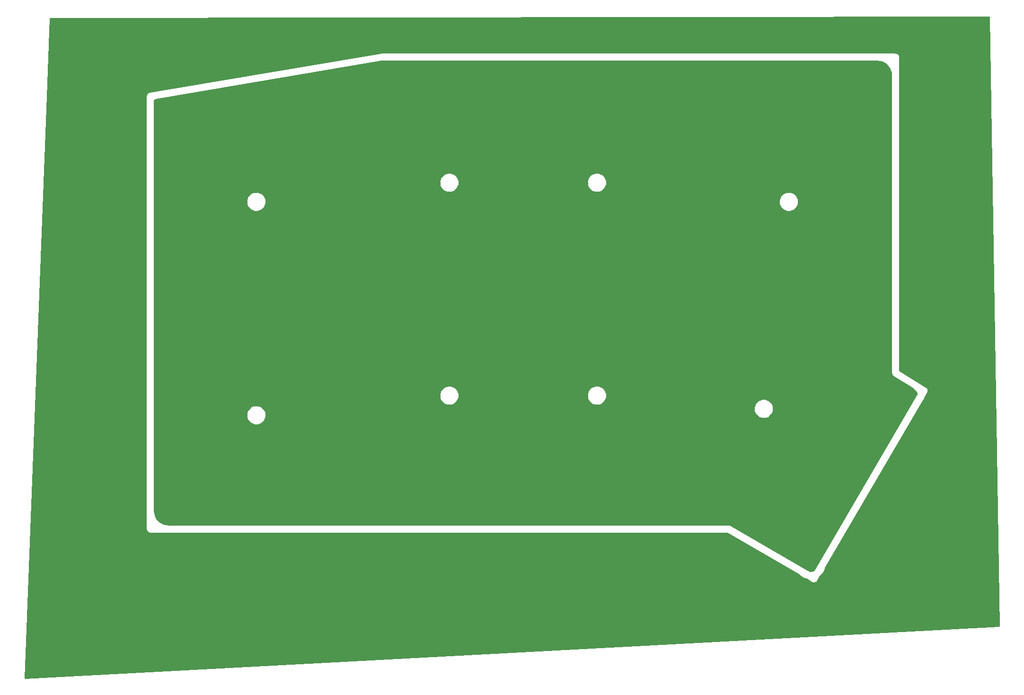
<source format=gbr>
G04 #@! TF.FileFunction,Copper,L1,Top,Signal*
%FSLAX46Y46*%
G04 Gerber Fmt 4.6, Leading zero omitted, Abs format (unit mm)*
G04 Created by KiCad (PCBNEW 4.0.7) date 05/28/18 12:01:22*
%MOMM*%
%LPD*%
G01*
G04 APERTURE LIST*
%ADD10C,0.100000*%
%ADD11C,0.254000*%
G04 APERTURE END LIST*
D10*
D11*
G36*
X226871056Y-148129657D02*
X52632198Y-157365814D01*
X56593960Y-53259500D01*
X74250000Y-53259500D01*
X74250000Y-130730000D01*
X74251147Y-130735765D01*
X74251100Y-130736000D01*
X74251100Y-130743000D01*
X74262063Y-130798114D01*
X74261230Y-130853525D01*
X74262330Y-130859525D01*
X74262383Y-130859658D01*
X74262804Y-130862338D01*
X74266984Y-130873710D01*
X74266915Y-130885822D01*
X74277554Y-130911924D01*
X74277903Y-130922581D01*
X74289705Y-130948626D01*
X74296484Y-130988186D01*
X74298784Y-130994186D01*
X74299416Y-130995188D01*
X74299670Y-130996814D01*
X74301870Y-131002815D01*
X74303222Y-131005030D01*
X74303243Y-131005138D01*
X74303751Y-131005899D01*
X74333479Y-131054626D01*
X74355009Y-131113204D01*
X74355539Y-131113779D01*
X74355674Y-131114190D01*
X74363898Y-131123771D01*
X74367793Y-131133327D01*
X74370394Y-131137267D01*
X74372344Y-131142252D01*
X74375544Y-131147252D01*
X74383431Y-131155456D01*
X74388220Y-131166025D01*
X74392520Y-131172026D01*
X74418878Y-131196710D01*
X74433092Y-131222587D01*
X74437292Y-131227587D01*
X74440632Y-131230265D01*
X74441068Y-131230979D01*
X74446125Y-131234668D01*
X74487707Y-131268005D01*
X74518330Y-131303680D01*
X74528732Y-131316818D01*
X74531501Y-131318361D01*
X74534860Y-131320995D01*
X74535905Y-131321524D01*
X74539584Y-131325895D01*
X74544584Y-131329895D01*
X74557612Y-131336651D01*
X74560769Y-131339935D01*
X74560976Y-131340026D01*
X74568318Y-131347711D01*
X74574018Y-131351711D01*
X74614269Y-131369472D01*
X74645823Y-131394769D01*
X74649000Y-131395693D01*
X74655228Y-131400814D01*
X74660828Y-131403814D01*
X74705974Y-131417555D01*
X74734862Y-131436857D01*
X74749298Y-131439728D01*
X74762203Y-131446920D01*
X74768403Y-131448921D01*
X74772357Y-131449380D01*
X74780503Y-131453920D01*
X74782707Y-131454631D01*
X74782851Y-131454709D01*
X74784924Y-131455347D01*
X74786703Y-131455921D01*
X74786843Y-131455937D01*
X74789351Y-131456709D01*
X74824397Y-131460301D01*
X74850794Y-131463369D01*
X74899341Y-131481035D01*
X74905840Y-131482035D01*
X74916320Y-131481577D01*
X74916521Y-131481638D01*
X74917823Y-131481511D01*
X74951866Y-131480022D01*
X74997000Y-131489000D01*
X75003500Y-131489000D01*
X75004236Y-131488854D01*
X75010000Y-131490000D01*
X178309795Y-131490000D01*
X191102640Y-138953223D01*
X191139722Y-139012105D01*
X191157723Y-139031105D01*
X191205946Y-139065247D01*
X191245516Y-139109134D01*
X191709516Y-139455134D01*
X191752409Y-139475558D01*
X191777570Y-139498383D01*
X191787570Y-139504383D01*
X191813252Y-139513585D01*
X191835545Y-139529601D01*
X191846545Y-139534601D01*
X191880973Y-139542672D01*
X191923384Y-139566848D01*
X192465020Y-139747393D01*
X193371696Y-140276600D01*
X193399081Y-140286041D01*
X193416659Y-140299683D01*
X193422659Y-140302683D01*
X193458283Y-140312439D01*
X193479862Y-140326857D01*
X193489852Y-140328844D01*
X193500384Y-140334848D01*
X193506384Y-140336848D01*
X193507331Y-140336967D01*
X193512384Y-140339848D01*
X193518384Y-140341848D01*
X193533376Y-140343738D01*
X193546816Y-140350644D01*
X193553816Y-140352644D01*
X193584578Y-140355171D01*
X193600470Y-140362342D01*
X193622399Y-140363026D01*
X193624376Y-140363708D01*
X193626806Y-140363560D01*
X193651126Y-140372115D01*
X193658126Y-140373115D01*
X193676246Y-140372127D01*
X193680441Y-140373276D01*
X193697145Y-140371170D01*
X193719441Y-140377276D01*
X193727944Y-140376204D01*
X193742000Y-140379000D01*
X193748000Y-140379000D01*
X193754500Y-140377707D01*
X193761000Y-140379000D01*
X193768000Y-140379000D01*
X193799186Y-140372797D01*
X193820193Y-140374522D01*
X193835297Y-140369671D01*
X193867613Y-140370680D01*
X193873614Y-140369680D01*
X193879491Y-140367458D01*
X193886613Y-140367680D01*
X193892614Y-140366680D01*
X193902436Y-140362966D01*
X193912934Y-140362977D01*
X193923398Y-140358656D01*
X193925004Y-140358568D01*
X193933655Y-140354419D01*
X193948109Y-140348450D01*
X193984616Y-140343848D01*
X193990616Y-140341848D01*
X193998470Y-140337371D01*
X194002616Y-140336848D01*
X194008616Y-140334848D01*
X194018612Y-140329150D01*
X194030138Y-140326857D01*
X194058357Y-140308001D01*
X194069138Y-140305857D01*
X194076258Y-140301100D01*
X194103341Y-140293683D01*
X194109341Y-140290683D01*
X194120256Y-140282212D01*
X194133422Y-140278038D01*
X194138623Y-140273660D01*
X194142613Y-140272151D01*
X194150265Y-140264962D01*
X194159970Y-140260954D01*
X194165970Y-140256955D01*
X194184923Y-140238041D01*
X194219916Y-140219895D01*
X194224916Y-140215895D01*
X194231953Y-140207536D01*
X194240813Y-140202485D01*
X194259090Y-140178935D01*
X194291368Y-140157368D01*
X194296368Y-140152368D01*
X194305858Y-140138165D01*
X194320485Y-140126813D01*
X194327325Y-140114813D01*
X194337895Y-140105916D01*
X194341895Y-140100916D01*
X194342623Y-140099512D01*
X194346895Y-140095916D01*
X194354895Y-140085916D01*
X194378030Y-140041303D01*
X194411371Y-140003696D01*
X194909203Y-139152069D01*
X195197401Y-138896587D01*
X195210018Y-138879961D01*
X195227368Y-138868368D01*
X195248624Y-138836556D01*
X195277895Y-138811916D01*
X195293895Y-138791916D01*
X195322144Y-138737441D01*
X195361332Y-138690222D01*
X195693332Y-138077222D01*
X195712300Y-138015910D01*
X195739546Y-137966745D01*
X195741464Y-137963621D01*
X195741539Y-137963148D01*
X195743411Y-137959771D01*
X195751411Y-137934771D01*
X195759569Y-137863112D01*
X195772322Y-137821887D01*
X195769267Y-137789018D01*
X195773679Y-137761313D01*
X195782605Y-137723237D01*
X195781153Y-137714375D01*
X195783494Y-137699673D01*
X195782494Y-137673673D01*
X195781573Y-137669822D01*
X195781642Y-137669213D01*
X195780348Y-137664703D01*
X195780138Y-137663825D01*
X213207470Y-107867759D01*
X213223582Y-107859404D01*
X213254182Y-107845921D01*
X213258708Y-107841189D01*
X213268916Y-107835895D01*
X213288916Y-107819895D01*
X213342260Y-107756525D01*
X213367735Y-107738853D01*
X213390666Y-107703204D01*
X213438908Y-107652760D01*
X213452908Y-107630760D01*
X213457002Y-107620217D01*
X213461038Y-107615422D01*
X213470710Y-107584914D01*
X213476729Y-107569414D01*
X213512330Y-107514069D01*
X213603330Y-107283069D01*
X213612933Y-107229973D01*
X213634688Y-107180597D01*
X213636688Y-107171597D01*
X213636853Y-107164187D01*
X213639698Y-107157340D01*
X213641698Y-107147340D01*
X213641722Y-107124480D01*
X214095988Y-106349350D01*
X214097298Y-106345572D01*
X214097383Y-106345430D01*
X214098069Y-106343515D01*
X214099425Y-106342003D01*
X214115272Y-106296953D01*
X214141007Y-106257403D01*
X214143006Y-106252403D01*
X214144685Y-106243388D01*
X214146857Y-106240138D01*
X214148235Y-106233212D01*
X214152385Y-106226520D01*
X214155385Y-106218520D01*
X214162398Y-106175720D01*
X214175484Y-106149617D01*
X214177028Y-106128209D01*
X214185698Y-106107340D01*
X214186698Y-106102340D01*
X214186704Y-106096150D01*
X214187539Y-106093821D01*
X214187440Y-106091792D01*
X214188115Y-106089874D01*
X214189115Y-106082874D01*
X214186763Y-106039731D01*
X214186764Y-106039516D01*
X214199000Y-105978000D01*
X214199000Y-105973000D01*
X214197707Y-105966500D01*
X214198632Y-105961849D01*
X214198949Y-105960352D01*
X214198940Y-105960303D01*
X214199000Y-105960000D01*
X214199000Y-105952000D01*
X214195659Y-105935204D01*
X214195949Y-105933648D01*
X214192303Y-105916417D01*
X214194710Y-105883036D01*
X214193710Y-105875036D01*
X214186956Y-105854705D01*
X214186977Y-105835066D01*
X214183713Y-105827163D01*
X214183698Y-105812660D01*
X214182698Y-105807660D01*
X214169550Y-105776012D01*
X214168568Y-105757996D01*
X214156613Y-105733065D01*
X214150006Y-105697597D01*
X214148007Y-105692597D01*
X214147134Y-105691256D01*
X214146857Y-105689862D01*
X214143201Y-105684391D01*
X214140614Y-105672165D01*
X214134614Y-105658165D01*
X214113357Y-105627176D01*
X214105525Y-105600642D01*
X214095240Y-105587916D01*
X214089383Y-105571570D01*
X214086383Y-105566570D01*
X214068044Y-105546355D01*
X214062954Y-105534030D01*
X214058954Y-105528030D01*
X214057675Y-105526748D01*
X214053000Y-105517000D01*
X214050000Y-105513000D01*
X214042074Y-105505893D01*
X214039384Y-105500199D01*
X214004623Y-105468664D01*
X213983426Y-105437763D01*
X213977037Y-105433605D01*
X213968368Y-105420632D01*
X213964368Y-105416632D01*
X213947942Y-105405657D01*
X213937526Y-105392768D01*
X213931526Y-105387768D01*
X213917010Y-105379868D01*
X213906802Y-105368616D01*
X213893693Y-105362423D01*
X213870161Y-105338842D01*
X213857236Y-105333473D01*
X213843039Y-105320115D01*
X209120000Y-102368333D01*
X209120000Y-46275000D01*
X209118854Y-46269236D01*
X209119000Y-46268500D01*
X209119000Y-46262000D01*
X209110022Y-46216866D01*
X209111511Y-46182823D01*
X209111638Y-46181521D01*
X209111577Y-46181320D01*
X209112035Y-46170840D01*
X209111035Y-46164341D01*
X209093369Y-46115794D01*
X209090301Y-46089397D01*
X209086709Y-46054351D01*
X209085937Y-46051843D01*
X209085921Y-46051703D01*
X209085347Y-46049924D01*
X209084709Y-46047851D01*
X209084631Y-46047707D01*
X209083920Y-46045503D01*
X209079380Y-46037357D01*
X209078921Y-46033403D01*
X209076920Y-46027203D01*
X209069728Y-46014298D01*
X209066857Y-45999862D01*
X209047555Y-45970974D01*
X209033814Y-45925828D01*
X209030814Y-45920228D01*
X209025693Y-45914000D01*
X209024769Y-45910823D01*
X208999472Y-45879269D01*
X208981711Y-45839018D01*
X208977711Y-45833318D01*
X208970026Y-45825976D01*
X208969935Y-45825769D01*
X208966651Y-45822612D01*
X208959895Y-45809584D01*
X208955895Y-45804584D01*
X208951524Y-45800905D01*
X208950995Y-45799860D01*
X208948361Y-45796501D01*
X208946818Y-45793732D01*
X208933680Y-45783330D01*
X208898005Y-45752707D01*
X208864668Y-45711125D01*
X208860979Y-45706068D01*
X208860265Y-45705632D01*
X208857587Y-45702292D01*
X208852587Y-45698092D01*
X208826710Y-45683878D01*
X208802026Y-45657520D01*
X208796025Y-45653220D01*
X208785456Y-45648431D01*
X208777252Y-45640544D01*
X208772252Y-45637344D01*
X208767267Y-45635394D01*
X208763327Y-45632793D01*
X208753771Y-45628898D01*
X208744190Y-45620674D01*
X208743779Y-45620539D01*
X208743204Y-45620009D01*
X208684626Y-45598479D01*
X208635899Y-45568751D01*
X208635138Y-45568243D01*
X208635030Y-45568222D01*
X208632815Y-45566870D01*
X208626814Y-45564670D01*
X208625188Y-45564416D01*
X208624186Y-45563784D01*
X208618186Y-45561484D01*
X208578626Y-45554705D01*
X208552581Y-45542903D01*
X208541924Y-45542554D01*
X208515822Y-45531915D01*
X208503710Y-45531984D01*
X208492338Y-45527804D01*
X208489658Y-45527383D01*
X208489525Y-45527330D01*
X208483525Y-45526230D01*
X208428114Y-45527063D01*
X208373000Y-45516100D01*
X208366000Y-45516100D01*
X208365765Y-45516147D01*
X208360000Y-45515000D01*
X116285000Y-45515000D01*
X116279235Y-45516147D01*
X116279000Y-45516100D01*
X116272000Y-45516100D01*
X116216886Y-45527063D01*
X116192062Y-45526690D01*
X116157700Y-45525703D01*
X74883201Y-52510703D01*
X74824482Y-52533074D01*
X74779352Y-52540130D01*
X74767425Y-52541419D01*
X74765951Y-52542225D01*
X74761185Y-52542970D01*
X74752398Y-52546192D01*
X74743524Y-52549346D01*
X74738055Y-52552608D01*
X74734862Y-52553243D01*
X74726538Y-52558805D01*
X74710762Y-52561943D01*
X74710505Y-52562114D01*
X74710362Y-52562143D01*
X74660199Y-52595661D01*
X74633438Y-52605856D01*
X74611222Y-52626832D01*
X74532920Y-52669648D01*
X74513320Y-52686048D01*
X74499818Y-52702824D01*
X74488132Y-52710632D01*
X74484144Y-52716600D01*
X74468532Y-52727032D01*
X74468132Y-52727432D01*
X74417702Y-52802907D01*
X74369668Y-52858064D01*
X74361661Y-52866433D01*
X74361082Y-52867922D01*
X74358086Y-52871363D01*
X74353387Y-52879568D01*
X74348592Y-52887756D01*
X74346794Y-52892947D01*
X74345738Y-52894259D01*
X74342433Y-52905540D01*
X74335232Y-52926331D01*
X74319643Y-52949662D01*
X74318809Y-52953853D01*
X74306843Y-52971762D01*
X74306814Y-52971905D01*
X74306643Y-52972162D01*
X74292018Y-53045687D01*
X74264869Y-53115565D01*
X74262978Y-53126310D01*
X74260964Y-53137431D01*
X74261983Y-53196682D01*
X74254500Y-53234300D01*
X74254756Y-53235589D01*
X74250000Y-53259500D01*
X56593960Y-53259500D01*
X57122266Y-39376819D01*
X225125021Y-39127186D01*
X226871056Y-148129657D01*
X226871056Y-148129657D01*
G37*
X226871056Y-148129657D02*
X52632198Y-157365814D01*
X56593960Y-53259500D01*
X74250000Y-53259500D01*
X74250000Y-130730000D01*
X74251147Y-130735765D01*
X74251100Y-130736000D01*
X74251100Y-130743000D01*
X74262063Y-130798114D01*
X74261230Y-130853525D01*
X74262330Y-130859525D01*
X74262383Y-130859658D01*
X74262804Y-130862338D01*
X74266984Y-130873710D01*
X74266915Y-130885822D01*
X74277554Y-130911924D01*
X74277903Y-130922581D01*
X74289705Y-130948626D01*
X74296484Y-130988186D01*
X74298784Y-130994186D01*
X74299416Y-130995188D01*
X74299670Y-130996814D01*
X74301870Y-131002815D01*
X74303222Y-131005030D01*
X74303243Y-131005138D01*
X74303751Y-131005899D01*
X74333479Y-131054626D01*
X74355009Y-131113204D01*
X74355539Y-131113779D01*
X74355674Y-131114190D01*
X74363898Y-131123771D01*
X74367793Y-131133327D01*
X74370394Y-131137267D01*
X74372344Y-131142252D01*
X74375544Y-131147252D01*
X74383431Y-131155456D01*
X74388220Y-131166025D01*
X74392520Y-131172026D01*
X74418878Y-131196710D01*
X74433092Y-131222587D01*
X74437292Y-131227587D01*
X74440632Y-131230265D01*
X74441068Y-131230979D01*
X74446125Y-131234668D01*
X74487707Y-131268005D01*
X74518330Y-131303680D01*
X74528732Y-131316818D01*
X74531501Y-131318361D01*
X74534860Y-131320995D01*
X74535905Y-131321524D01*
X74539584Y-131325895D01*
X74544584Y-131329895D01*
X74557612Y-131336651D01*
X74560769Y-131339935D01*
X74560976Y-131340026D01*
X74568318Y-131347711D01*
X74574018Y-131351711D01*
X74614269Y-131369472D01*
X74645823Y-131394769D01*
X74649000Y-131395693D01*
X74655228Y-131400814D01*
X74660828Y-131403814D01*
X74705974Y-131417555D01*
X74734862Y-131436857D01*
X74749298Y-131439728D01*
X74762203Y-131446920D01*
X74768403Y-131448921D01*
X74772357Y-131449380D01*
X74780503Y-131453920D01*
X74782707Y-131454631D01*
X74782851Y-131454709D01*
X74784924Y-131455347D01*
X74786703Y-131455921D01*
X74786843Y-131455937D01*
X74789351Y-131456709D01*
X74824397Y-131460301D01*
X74850794Y-131463369D01*
X74899341Y-131481035D01*
X74905840Y-131482035D01*
X74916320Y-131481577D01*
X74916521Y-131481638D01*
X74917823Y-131481511D01*
X74951866Y-131480022D01*
X74997000Y-131489000D01*
X75003500Y-131489000D01*
X75004236Y-131488854D01*
X75010000Y-131490000D01*
X178309795Y-131490000D01*
X191102640Y-138953223D01*
X191139722Y-139012105D01*
X191157723Y-139031105D01*
X191205946Y-139065247D01*
X191245516Y-139109134D01*
X191709516Y-139455134D01*
X191752409Y-139475558D01*
X191777570Y-139498383D01*
X191787570Y-139504383D01*
X191813252Y-139513585D01*
X191835545Y-139529601D01*
X191846545Y-139534601D01*
X191880973Y-139542672D01*
X191923384Y-139566848D01*
X192465020Y-139747393D01*
X193371696Y-140276600D01*
X193399081Y-140286041D01*
X193416659Y-140299683D01*
X193422659Y-140302683D01*
X193458283Y-140312439D01*
X193479862Y-140326857D01*
X193489852Y-140328844D01*
X193500384Y-140334848D01*
X193506384Y-140336848D01*
X193507331Y-140336967D01*
X193512384Y-140339848D01*
X193518384Y-140341848D01*
X193533376Y-140343738D01*
X193546816Y-140350644D01*
X193553816Y-140352644D01*
X193584578Y-140355171D01*
X193600470Y-140362342D01*
X193622399Y-140363026D01*
X193624376Y-140363708D01*
X193626806Y-140363560D01*
X193651126Y-140372115D01*
X193658126Y-140373115D01*
X193676246Y-140372127D01*
X193680441Y-140373276D01*
X193697145Y-140371170D01*
X193719441Y-140377276D01*
X193727944Y-140376204D01*
X193742000Y-140379000D01*
X193748000Y-140379000D01*
X193754500Y-140377707D01*
X193761000Y-140379000D01*
X193768000Y-140379000D01*
X193799186Y-140372797D01*
X193820193Y-140374522D01*
X193835297Y-140369671D01*
X193867613Y-140370680D01*
X193873614Y-140369680D01*
X193879491Y-140367458D01*
X193886613Y-140367680D01*
X193892614Y-140366680D01*
X193902436Y-140362966D01*
X193912934Y-140362977D01*
X193923398Y-140358656D01*
X193925004Y-140358568D01*
X193933655Y-140354419D01*
X193948109Y-140348450D01*
X193984616Y-140343848D01*
X193990616Y-140341848D01*
X193998470Y-140337371D01*
X194002616Y-140336848D01*
X194008616Y-140334848D01*
X194018612Y-140329150D01*
X194030138Y-140326857D01*
X194058357Y-140308001D01*
X194069138Y-140305857D01*
X194076258Y-140301100D01*
X194103341Y-140293683D01*
X194109341Y-140290683D01*
X194120256Y-140282212D01*
X194133422Y-140278038D01*
X194138623Y-140273660D01*
X194142613Y-140272151D01*
X194150265Y-140264962D01*
X194159970Y-140260954D01*
X194165970Y-140256955D01*
X194184923Y-140238041D01*
X194219916Y-140219895D01*
X194224916Y-140215895D01*
X194231953Y-140207536D01*
X194240813Y-140202485D01*
X194259090Y-140178935D01*
X194291368Y-140157368D01*
X194296368Y-140152368D01*
X194305858Y-140138165D01*
X194320485Y-140126813D01*
X194327325Y-140114813D01*
X194337895Y-140105916D01*
X194341895Y-140100916D01*
X194342623Y-140099512D01*
X194346895Y-140095916D01*
X194354895Y-140085916D01*
X194378030Y-140041303D01*
X194411371Y-140003696D01*
X194909203Y-139152069D01*
X195197401Y-138896587D01*
X195210018Y-138879961D01*
X195227368Y-138868368D01*
X195248624Y-138836556D01*
X195277895Y-138811916D01*
X195293895Y-138791916D01*
X195322144Y-138737441D01*
X195361332Y-138690222D01*
X195693332Y-138077222D01*
X195712300Y-138015910D01*
X195739546Y-137966745D01*
X195741464Y-137963621D01*
X195741539Y-137963148D01*
X195743411Y-137959771D01*
X195751411Y-137934771D01*
X195759569Y-137863112D01*
X195772322Y-137821887D01*
X195769267Y-137789018D01*
X195773679Y-137761313D01*
X195782605Y-137723237D01*
X195781153Y-137714375D01*
X195783494Y-137699673D01*
X195782494Y-137673673D01*
X195781573Y-137669822D01*
X195781642Y-137669213D01*
X195780348Y-137664703D01*
X195780138Y-137663825D01*
X213207470Y-107867759D01*
X213223582Y-107859404D01*
X213254182Y-107845921D01*
X213258708Y-107841189D01*
X213268916Y-107835895D01*
X213288916Y-107819895D01*
X213342260Y-107756525D01*
X213367735Y-107738853D01*
X213390666Y-107703204D01*
X213438908Y-107652760D01*
X213452908Y-107630760D01*
X213457002Y-107620217D01*
X213461038Y-107615422D01*
X213470710Y-107584914D01*
X213476729Y-107569414D01*
X213512330Y-107514069D01*
X213603330Y-107283069D01*
X213612933Y-107229973D01*
X213634688Y-107180597D01*
X213636688Y-107171597D01*
X213636853Y-107164187D01*
X213639698Y-107157340D01*
X213641698Y-107147340D01*
X213641722Y-107124480D01*
X214095988Y-106349350D01*
X214097298Y-106345572D01*
X214097383Y-106345430D01*
X214098069Y-106343515D01*
X214099425Y-106342003D01*
X214115272Y-106296953D01*
X214141007Y-106257403D01*
X214143006Y-106252403D01*
X214144685Y-106243388D01*
X214146857Y-106240138D01*
X214148235Y-106233212D01*
X214152385Y-106226520D01*
X214155385Y-106218520D01*
X214162398Y-106175720D01*
X214175484Y-106149617D01*
X214177028Y-106128209D01*
X214185698Y-106107340D01*
X214186698Y-106102340D01*
X214186704Y-106096150D01*
X214187539Y-106093821D01*
X214187440Y-106091792D01*
X214188115Y-106089874D01*
X214189115Y-106082874D01*
X214186763Y-106039731D01*
X214186764Y-106039516D01*
X214199000Y-105978000D01*
X214199000Y-105973000D01*
X214197707Y-105966500D01*
X214198632Y-105961849D01*
X214198949Y-105960352D01*
X214198940Y-105960303D01*
X214199000Y-105960000D01*
X214199000Y-105952000D01*
X214195659Y-105935204D01*
X214195949Y-105933648D01*
X214192303Y-105916417D01*
X214194710Y-105883036D01*
X214193710Y-105875036D01*
X214186956Y-105854705D01*
X214186977Y-105835066D01*
X214183713Y-105827163D01*
X214183698Y-105812660D01*
X214182698Y-105807660D01*
X214169550Y-105776012D01*
X214168568Y-105757996D01*
X214156613Y-105733065D01*
X214150006Y-105697597D01*
X214148007Y-105692597D01*
X214147134Y-105691256D01*
X214146857Y-105689862D01*
X214143201Y-105684391D01*
X214140614Y-105672165D01*
X214134614Y-105658165D01*
X214113357Y-105627176D01*
X214105525Y-105600642D01*
X214095240Y-105587916D01*
X214089383Y-105571570D01*
X214086383Y-105566570D01*
X214068044Y-105546355D01*
X214062954Y-105534030D01*
X214058954Y-105528030D01*
X214057675Y-105526748D01*
X214053000Y-105517000D01*
X214050000Y-105513000D01*
X214042074Y-105505893D01*
X214039384Y-105500199D01*
X214004623Y-105468664D01*
X213983426Y-105437763D01*
X213977037Y-105433605D01*
X213968368Y-105420632D01*
X213964368Y-105416632D01*
X213947942Y-105405657D01*
X213937526Y-105392768D01*
X213931526Y-105387768D01*
X213917010Y-105379868D01*
X213906802Y-105368616D01*
X213893693Y-105362423D01*
X213870161Y-105338842D01*
X213857236Y-105333473D01*
X213843039Y-105320115D01*
X209120000Y-102368333D01*
X209120000Y-46275000D01*
X209118854Y-46269236D01*
X209119000Y-46268500D01*
X209119000Y-46262000D01*
X209110022Y-46216866D01*
X209111511Y-46182823D01*
X209111638Y-46181521D01*
X209111577Y-46181320D01*
X209112035Y-46170840D01*
X209111035Y-46164341D01*
X209093369Y-46115794D01*
X209090301Y-46089397D01*
X209086709Y-46054351D01*
X209085937Y-46051843D01*
X209085921Y-46051703D01*
X209085347Y-46049924D01*
X209084709Y-46047851D01*
X209084631Y-46047707D01*
X209083920Y-46045503D01*
X209079380Y-46037357D01*
X209078921Y-46033403D01*
X209076920Y-46027203D01*
X209069728Y-46014298D01*
X209066857Y-45999862D01*
X209047555Y-45970974D01*
X209033814Y-45925828D01*
X209030814Y-45920228D01*
X209025693Y-45914000D01*
X209024769Y-45910823D01*
X208999472Y-45879269D01*
X208981711Y-45839018D01*
X208977711Y-45833318D01*
X208970026Y-45825976D01*
X208969935Y-45825769D01*
X208966651Y-45822612D01*
X208959895Y-45809584D01*
X208955895Y-45804584D01*
X208951524Y-45800905D01*
X208950995Y-45799860D01*
X208948361Y-45796501D01*
X208946818Y-45793732D01*
X208933680Y-45783330D01*
X208898005Y-45752707D01*
X208864668Y-45711125D01*
X208860979Y-45706068D01*
X208860265Y-45705632D01*
X208857587Y-45702292D01*
X208852587Y-45698092D01*
X208826710Y-45683878D01*
X208802026Y-45657520D01*
X208796025Y-45653220D01*
X208785456Y-45648431D01*
X208777252Y-45640544D01*
X208772252Y-45637344D01*
X208767267Y-45635394D01*
X208763327Y-45632793D01*
X208753771Y-45628898D01*
X208744190Y-45620674D01*
X208743779Y-45620539D01*
X208743204Y-45620009D01*
X208684626Y-45598479D01*
X208635899Y-45568751D01*
X208635138Y-45568243D01*
X208635030Y-45568222D01*
X208632815Y-45566870D01*
X208626814Y-45564670D01*
X208625188Y-45564416D01*
X208624186Y-45563784D01*
X208618186Y-45561484D01*
X208578626Y-45554705D01*
X208552581Y-45542903D01*
X208541924Y-45542554D01*
X208515822Y-45531915D01*
X208503710Y-45531984D01*
X208492338Y-45527804D01*
X208489658Y-45527383D01*
X208489525Y-45527330D01*
X208483525Y-45526230D01*
X208428114Y-45527063D01*
X208373000Y-45516100D01*
X208366000Y-45516100D01*
X208365765Y-45516147D01*
X208360000Y-45515000D01*
X116285000Y-45515000D01*
X116279235Y-45516147D01*
X116279000Y-45516100D01*
X116272000Y-45516100D01*
X116216886Y-45527063D01*
X116192062Y-45526690D01*
X116157700Y-45525703D01*
X74883201Y-52510703D01*
X74824482Y-52533074D01*
X74779352Y-52540130D01*
X74767425Y-52541419D01*
X74765951Y-52542225D01*
X74761185Y-52542970D01*
X74752398Y-52546192D01*
X74743524Y-52549346D01*
X74738055Y-52552608D01*
X74734862Y-52553243D01*
X74726538Y-52558805D01*
X74710762Y-52561943D01*
X74710505Y-52562114D01*
X74710362Y-52562143D01*
X74660199Y-52595661D01*
X74633438Y-52605856D01*
X74611222Y-52626832D01*
X74532920Y-52669648D01*
X74513320Y-52686048D01*
X74499818Y-52702824D01*
X74488132Y-52710632D01*
X74484144Y-52716600D01*
X74468532Y-52727032D01*
X74468132Y-52727432D01*
X74417702Y-52802907D01*
X74369668Y-52858064D01*
X74361661Y-52866433D01*
X74361082Y-52867922D01*
X74358086Y-52871363D01*
X74353387Y-52879568D01*
X74348592Y-52887756D01*
X74346794Y-52892947D01*
X74345738Y-52894259D01*
X74342433Y-52905540D01*
X74335232Y-52926331D01*
X74319643Y-52949662D01*
X74318809Y-52953853D01*
X74306843Y-52971762D01*
X74306814Y-52971905D01*
X74306643Y-52972162D01*
X74292018Y-53045687D01*
X74264869Y-53115565D01*
X74262978Y-53126310D01*
X74260964Y-53137431D01*
X74261983Y-53196682D01*
X74254500Y-53234300D01*
X74254756Y-53235589D01*
X74250000Y-53259500D01*
X56593960Y-53259500D01*
X57122266Y-39376819D01*
X225125021Y-39127186D01*
X226871056Y-148129657D01*
G36*
X206007138Y-47191642D02*
X206729878Y-47608923D01*
X207269161Y-48251699D01*
X207586983Y-49095300D01*
X207600000Y-49116218D01*
X207600000Y-102790000D01*
X207604288Y-102811555D01*
X207604000Y-102813000D01*
X207604000Y-102814000D01*
X207608802Y-102838141D01*
X207605724Y-102862559D01*
X207610074Y-102878445D01*
X207609320Y-102902613D01*
X207611320Y-102914614D01*
X207613134Y-102919410D01*
X207613049Y-102924537D01*
X207615049Y-102935536D01*
X207641489Y-103002470D01*
X207656143Y-103076138D01*
X207666999Y-103092385D01*
X207668143Y-103098138D01*
X207671691Y-103103448D01*
X207676317Y-103120341D01*
X207682317Y-103132341D01*
X207698637Y-103153370D01*
X207707617Y-103178430D01*
X207713617Y-103188430D01*
X207753666Y-103232576D01*
X207762285Y-103251716D01*
X207785112Y-103273194D01*
X207816632Y-103320368D01*
X207818632Y-103322368D01*
X207825234Y-103326779D01*
X207827632Y-103330368D01*
X207835632Y-103338368D01*
X207842703Y-103343092D01*
X207847911Y-103349975D01*
X207856911Y-103357976D01*
X207879377Y-103371148D01*
X207893199Y-103386384D01*
X207917716Y-103397966D01*
X207956937Y-103434870D01*
X211474196Y-105633271D01*
X211474692Y-105634462D01*
X211483502Y-105647588D01*
X211486112Y-105656904D01*
X211511160Y-105688792D01*
X211526691Y-105711931D01*
X211537620Y-105742432D01*
X211568133Y-105776067D01*
X211609722Y-105842105D01*
X211627723Y-105861105D01*
X211676799Y-105895850D01*
X211717201Y-105940386D01*
X212005756Y-106154186D01*
X212129649Y-106342195D01*
X212181800Y-106560939D01*
X212174745Y-106622911D01*
X193736712Y-138145361D01*
X193367515Y-138291500D01*
X193003523Y-138301279D01*
X178898146Y-130073308D01*
X178830179Y-130049897D01*
X178790138Y-130023143D01*
X178769826Y-130019103D01*
X178750616Y-130008152D01*
X178744616Y-130006152D01*
X178737196Y-130005217D01*
X178736073Y-130004896D01*
X178729184Y-130001356D01*
X178722184Y-129999356D01*
X178679095Y-129995817D01*
X178641821Y-129982461D01*
X178633091Y-129982886D01*
X178618874Y-129977885D01*
X178611874Y-129976885D01*
X178569262Y-129979208D01*
X178528000Y-129971000D01*
X178522000Y-129971000D01*
X178521014Y-129971196D01*
X178515000Y-129970000D01*
X78251513Y-129970000D01*
X77362957Y-129813368D01*
X76640286Y-129396203D01*
X76103691Y-128756291D01*
X75806623Y-127940401D01*
X75770000Y-127522072D01*
X75770000Y-110061593D01*
X92214677Y-110061593D01*
X92224975Y-110377507D01*
X92224699Y-110693599D01*
X92236184Y-110721395D01*
X92237164Y-110751453D01*
X92457901Y-111284359D01*
X92470954Y-111289581D01*
X92488281Y-111331515D01*
X92975918Y-111820004D01*
X93020149Y-111838370D01*
X93025641Y-111852099D01*
X93321448Y-111963481D01*
X93613373Y-112084699D01*
X93643448Y-112084725D01*
X93671593Y-112095323D01*
X93987507Y-112085025D01*
X94303599Y-112085301D01*
X94331395Y-112073816D01*
X94361453Y-112072836D01*
X94894359Y-111852099D01*
X94899581Y-111839046D01*
X94941515Y-111821719D01*
X95430004Y-111334082D01*
X95448370Y-111289851D01*
X95462099Y-111284359D01*
X95573481Y-110988552D01*
X95694699Y-110696627D01*
X95694725Y-110666552D01*
X95705323Y-110638407D01*
X95695025Y-110322493D01*
X95695301Y-110006401D01*
X95683816Y-109978605D01*
X95682836Y-109948547D01*
X95462099Y-109415641D01*
X95449046Y-109410419D01*
X95431719Y-109368485D01*
X94995590Y-108931593D01*
X183034677Y-108931593D01*
X183044975Y-109247507D01*
X183044699Y-109563599D01*
X183056184Y-109591395D01*
X183057164Y-109621453D01*
X183277901Y-110154359D01*
X183290954Y-110159581D01*
X183308281Y-110201515D01*
X183795918Y-110690004D01*
X183840149Y-110708370D01*
X183845641Y-110722099D01*
X184141448Y-110833481D01*
X184433373Y-110954699D01*
X184463448Y-110954725D01*
X184491593Y-110965323D01*
X184807507Y-110955025D01*
X185123599Y-110955301D01*
X185151395Y-110943816D01*
X185181453Y-110942836D01*
X185714359Y-110722099D01*
X185719581Y-110709046D01*
X185761515Y-110691719D01*
X186250004Y-110204082D01*
X186268370Y-110159851D01*
X186282099Y-110154359D01*
X186393481Y-109858552D01*
X186514699Y-109566627D01*
X186514725Y-109536552D01*
X186525323Y-109508407D01*
X186515025Y-109192493D01*
X186515301Y-108876401D01*
X186503816Y-108848605D01*
X186502836Y-108818547D01*
X186282099Y-108285641D01*
X186269046Y-108280419D01*
X186251719Y-108238485D01*
X185764082Y-107749996D01*
X185719851Y-107731630D01*
X185714359Y-107717901D01*
X185418552Y-107606519D01*
X185126627Y-107485301D01*
X185096552Y-107485275D01*
X185068407Y-107474677D01*
X184752493Y-107484975D01*
X184436401Y-107484699D01*
X184408605Y-107496184D01*
X184378547Y-107497164D01*
X183845641Y-107717901D01*
X183840419Y-107730954D01*
X183798485Y-107748281D01*
X183309996Y-108235918D01*
X183291630Y-108280149D01*
X183277901Y-108285641D01*
X183166519Y-108581448D01*
X183045301Y-108873373D01*
X183045275Y-108903448D01*
X183034677Y-108931593D01*
X94995590Y-108931593D01*
X94944082Y-108879996D01*
X94899851Y-108861630D01*
X94894359Y-108847901D01*
X94598552Y-108736519D01*
X94306627Y-108615301D01*
X94276552Y-108615275D01*
X94248407Y-108604677D01*
X93932493Y-108614975D01*
X93616401Y-108614699D01*
X93588605Y-108626184D01*
X93558547Y-108627164D01*
X93025641Y-108847901D01*
X93020419Y-108860954D01*
X92978485Y-108878281D01*
X92489996Y-109365918D01*
X92471630Y-109410149D01*
X92457901Y-109415641D01*
X92346519Y-109711448D01*
X92225301Y-110003373D01*
X92225275Y-110033448D01*
X92214677Y-110061593D01*
X75770000Y-110061593D01*
X75770000Y-106561593D01*
X126754677Y-106561593D01*
X126764975Y-106877507D01*
X126764699Y-107193599D01*
X126776184Y-107221395D01*
X126777164Y-107251453D01*
X126997901Y-107784359D01*
X127010954Y-107789581D01*
X127028281Y-107831515D01*
X127515918Y-108320004D01*
X127560149Y-108338370D01*
X127565641Y-108352099D01*
X127861448Y-108463481D01*
X128153373Y-108584699D01*
X128183448Y-108584725D01*
X128211593Y-108595323D01*
X128527507Y-108585025D01*
X128843599Y-108585301D01*
X128871395Y-108573816D01*
X128901453Y-108572836D01*
X129434359Y-108352099D01*
X129439581Y-108339046D01*
X129481515Y-108321719D01*
X129970004Y-107834082D01*
X129988370Y-107789851D01*
X130002099Y-107784359D01*
X130113481Y-107488552D01*
X130234699Y-107196627D01*
X130234725Y-107166552D01*
X130245323Y-107138407D01*
X130235025Y-106822493D01*
X130235252Y-106561593D01*
X153164677Y-106561593D01*
X153174975Y-106877507D01*
X153174699Y-107193599D01*
X153186184Y-107221395D01*
X153187164Y-107251453D01*
X153407901Y-107784359D01*
X153420954Y-107789581D01*
X153438281Y-107831515D01*
X153925918Y-108320004D01*
X153970149Y-108338370D01*
X153975641Y-108352099D01*
X154271448Y-108463481D01*
X154563373Y-108584699D01*
X154593448Y-108584725D01*
X154621593Y-108595323D01*
X154937507Y-108585025D01*
X155253599Y-108585301D01*
X155281395Y-108573816D01*
X155311453Y-108572836D01*
X155844359Y-108352099D01*
X155849581Y-108339046D01*
X155891515Y-108321719D01*
X156380004Y-107834082D01*
X156398370Y-107789851D01*
X156412099Y-107784359D01*
X156523481Y-107488552D01*
X156644699Y-107196627D01*
X156644725Y-107166552D01*
X156655323Y-107138407D01*
X156645025Y-106822493D01*
X156645301Y-106506401D01*
X156633816Y-106478605D01*
X156632836Y-106448547D01*
X156412099Y-105915641D01*
X156399046Y-105910419D01*
X156381719Y-105868485D01*
X155894082Y-105379996D01*
X155849851Y-105361630D01*
X155844359Y-105347901D01*
X155548552Y-105236519D01*
X155256627Y-105115301D01*
X155226552Y-105115275D01*
X155198407Y-105104677D01*
X154882493Y-105114975D01*
X154566401Y-105114699D01*
X154538605Y-105126184D01*
X154508547Y-105127164D01*
X153975641Y-105347901D01*
X153970419Y-105360954D01*
X153928485Y-105378281D01*
X153439996Y-105865918D01*
X153421630Y-105910149D01*
X153407901Y-105915641D01*
X153296519Y-106211448D01*
X153175301Y-106503373D01*
X153175275Y-106533448D01*
X153164677Y-106561593D01*
X130235252Y-106561593D01*
X130235301Y-106506401D01*
X130223816Y-106478605D01*
X130222836Y-106448547D01*
X130002099Y-105915641D01*
X129989046Y-105910419D01*
X129971719Y-105868485D01*
X129484082Y-105379996D01*
X129439851Y-105361630D01*
X129434359Y-105347901D01*
X129138552Y-105236519D01*
X128846627Y-105115301D01*
X128816552Y-105115275D01*
X128788407Y-105104677D01*
X128472493Y-105114975D01*
X128156401Y-105114699D01*
X128128605Y-105126184D01*
X128098547Y-105127164D01*
X127565641Y-105347901D01*
X127560419Y-105360954D01*
X127518485Y-105378281D01*
X127029996Y-105865918D01*
X127011630Y-105910149D01*
X126997901Y-105915641D01*
X126886519Y-106211448D01*
X126765301Y-106503373D01*
X126765275Y-106533448D01*
X126754677Y-106561593D01*
X75770000Y-106561593D01*
X75770000Y-71861593D01*
X92214677Y-71861593D01*
X92224975Y-72177507D01*
X92224699Y-72493599D01*
X92236184Y-72521395D01*
X92237164Y-72551453D01*
X92457901Y-73084359D01*
X92470954Y-73089581D01*
X92488281Y-73131515D01*
X92975918Y-73620004D01*
X93020149Y-73638370D01*
X93025641Y-73652099D01*
X93321448Y-73763481D01*
X93613373Y-73884699D01*
X93643448Y-73884725D01*
X93671593Y-73895323D01*
X93987507Y-73885025D01*
X94303599Y-73885301D01*
X94331395Y-73873816D01*
X94361453Y-73872836D01*
X94894359Y-73652099D01*
X94899581Y-73639046D01*
X94941515Y-73621719D01*
X95430004Y-73134082D01*
X95448370Y-73089851D01*
X95462099Y-73084359D01*
X95573481Y-72788552D01*
X95694699Y-72496627D01*
X95694725Y-72466552D01*
X95705323Y-72438407D01*
X95695025Y-72122493D01*
X95695252Y-71861593D01*
X187504677Y-71861593D01*
X187514975Y-72177507D01*
X187514699Y-72493599D01*
X187526184Y-72521395D01*
X187527164Y-72551453D01*
X187747901Y-73084359D01*
X187760954Y-73089581D01*
X187778281Y-73131515D01*
X188265918Y-73620004D01*
X188310149Y-73638370D01*
X188315641Y-73652099D01*
X188611448Y-73763481D01*
X188903373Y-73884699D01*
X188933448Y-73884725D01*
X188961593Y-73895323D01*
X189277507Y-73885025D01*
X189593599Y-73885301D01*
X189621395Y-73873816D01*
X189651453Y-73872836D01*
X190184359Y-73652099D01*
X190189581Y-73639046D01*
X190231515Y-73621719D01*
X190720004Y-73134082D01*
X190738370Y-73089851D01*
X190752099Y-73084359D01*
X190863481Y-72788552D01*
X190984699Y-72496627D01*
X190984725Y-72466552D01*
X190995323Y-72438407D01*
X190985025Y-72122493D01*
X190985301Y-71806401D01*
X190973816Y-71778605D01*
X190972836Y-71748547D01*
X190752099Y-71215641D01*
X190739046Y-71210419D01*
X190721719Y-71168485D01*
X190234082Y-70679996D01*
X190189851Y-70661630D01*
X190184359Y-70647901D01*
X189888552Y-70536519D01*
X189596627Y-70415301D01*
X189566552Y-70415275D01*
X189538407Y-70404677D01*
X189222493Y-70414975D01*
X188906401Y-70414699D01*
X188878605Y-70426184D01*
X188848547Y-70427164D01*
X188315641Y-70647901D01*
X188310419Y-70660954D01*
X188268485Y-70678281D01*
X187779996Y-71165918D01*
X187761630Y-71210149D01*
X187747901Y-71215641D01*
X187636519Y-71511448D01*
X187515301Y-71803373D01*
X187515275Y-71833448D01*
X187504677Y-71861593D01*
X95695252Y-71861593D01*
X95695301Y-71806401D01*
X95683816Y-71778605D01*
X95682836Y-71748547D01*
X95462099Y-71215641D01*
X95449046Y-71210419D01*
X95431719Y-71168485D01*
X94944082Y-70679996D01*
X94899851Y-70661630D01*
X94894359Y-70647901D01*
X94598552Y-70536519D01*
X94306627Y-70415301D01*
X94276552Y-70415275D01*
X94248407Y-70404677D01*
X93932493Y-70414975D01*
X93616401Y-70414699D01*
X93588605Y-70426184D01*
X93558547Y-70427164D01*
X93025641Y-70647901D01*
X93020419Y-70660954D01*
X92978485Y-70678281D01*
X92489996Y-71165918D01*
X92471630Y-71210149D01*
X92457901Y-71215641D01*
X92346519Y-71511448D01*
X92225301Y-71803373D01*
X92225275Y-71833448D01*
X92214677Y-71861593D01*
X75770000Y-71861593D01*
X75770000Y-68461593D01*
X126754677Y-68461593D01*
X126764975Y-68777507D01*
X126764699Y-69093599D01*
X126776184Y-69121395D01*
X126777164Y-69151453D01*
X126997901Y-69684359D01*
X127010954Y-69689581D01*
X127028281Y-69731515D01*
X127515918Y-70220004D01*
X127560149Y-70238370D01*
X127565641Y-70252099D01*
X127861448Y-70363481D01*
X128153373Y-70484699D01*
X128183448Y-70484725D01*
X128211593Y-70495323D01*
X128527507Y-70485025D01*
X128843599Y-70485301D01*
X128871395Y-70473816D01*
X128901453Y-70472836D01*
X129434359Y-70252099D01*
X129439581Y-70239046D01*
X129481515Y-70221719D01*
X129970004Y-69734082D01*
X129988370Y-69689851D01*
X130002099Y-69684359D01*
X130113481Y-69388552D01*
X130234699Y-69096627D01*
X130234725Y-69066552D01*
X130245323Y-69038407D01*
X130235025Y-68722493D01*
X130235252Y-68461593D01*
X153164677Y-68461593D01*
X153174975Y-68777507D01*
X153174699Y-69093599D01*
X153186184Y-69121395D01*
X153187164Y-69151453D01*
X153407901Y-69684359D01*
X153420954Y-69689581D01*
X153438281Y-69731515D01*
X153925918Y-70220004D01*
X153970149Y-70238370D01*
X153975641Y-70252099D01*
X154271448Y-70363481D01*
X154563373Y-70484699D01*
X154593448Y-70484725D01*
X154621593Y-70495323D01*
X154937507Y-70485025D01*
X155253599Y-70485301D01*
X155281395Y-70473816D01*
X155311453Y-70472836D01*
X155844359Y-70252099D01*
X155849581Y-70239046D01*
X155891515Y-70221719D01*
X156380004Y-69734082D01*
X156398370Y-69689851D01*
X156412099Y-69684359D01*
X156523481Y-69388552D01*
X156644699Y-69096627D01*
X156644725Y-69066552D01*
X156655323Y-69038407D01*
X156645025Y-68722493D01*
X156645301Y-68406401D01*
X156633816Y-68378605D01*
X156632836Y-68348547D01*
X156412099Y-67815641D01*
X156399046Y-67810419D01*
X156381719Y-67768485D01*
X155894082Y-67279996D01*
X155849851Y-67261630D01*
X155844359Y-67247901D01*
X155548552Y-67136519D01*
X155256627Y-67015301D01*
X155226552Y-67015275D01*
X155198407Y-67004677D01*
X154882493Y-67014975D01*
X154566401Y-67014699D01*
X154538605Y-67026184D01*
X154508547Y-67027164D01*
X153975641Y-67247901D01*
X153970419Y-67260954D01*
X153928485Y-67278281D01*
X153439996Y-67765918D01*
X153421630Y-67810149D01*
X153407901Y-67815641D01*
X153296519Y-68111448D01*
X153175301Y-68403373D01*
X153175275Y-68433448D01*
X153164677Y-68461593D01*
X130235252Y-68461593D01*
X130235301Y-68406401D01*
X130223816Y-68378605D01*
X130222836Y-68348547D01*
X130002099Y-67815641D01*
X129989046Y-67810419D01*
X129971719Y-67768485D01*
X129484082Y-67279996D01*
X129439851Y-67261630D01*
X129434359Y-67247901D01*
X129138552Y-67136519D01*
X128846627Y-67015301D01*
X128816552Y-67015275D01*
X128788407Y-67004677D01*
X128472493Y-67014975D01*
X128156401Y-67014699D01*
X128128605Y-67026184D01*
X128098547Y-67027164D01*
X127565641Y-67247901D01*
X127560419Y-67260954D01*
X127518485Y-67278281D01*
X127029996Y-67765918D01*
X127011630Y-67810149D01*
X126997901Y-67815641D01*
X126886519Y-68111448D01*
X126765301Y-68403373D01*
X126765275Y-68433448D01*
X126754677Y-68461593D01*
X75770000Y-68461593D01*
X75770000Y-54000359D01*
X75827508Y-53996702D01*
X75852708Y-53990002D01*
X75923814Y-53955107D01*
X75967895Y-53942251D01*
X75991377Y-53923399D01*
X76051967Y-53896544D01*
X76064494Y-53891711D01*
X76065908Y-53890365D01*
X76071108Y-53888060D01*
X76092409Y-53873060D01*
X76121288Y-53842729D01*
X116348554Y-47035000D01*
X205118112Y-47035000D01*
X206007138Y-47191642D01*
X206007138Y-47191642D01*
G37*
X206007138Y-47191642D02*
X206729878Y-47608923D01*
X207269161Y-48251699D01*
X207586983Y-49095300D01*
X207600000Y-49116218D01*
X207600000Y-102790000D01*
X207604288Y-102811555D01*
X207604000Y-102813000D01*
X207604000Y-102814000D01*
X207608802Y-102838141D01*
X207605724Y-102862559D01*
X207610074Y-102878445D01*
X207609320Y-102902613D01*
X207611320Y-102914614D01*
X207613134Y-102919410D01*
X207613049Y-102924537D01*
X207615049Y-102935536D01*
X207641489Y-103002470D01*
X207656143Y-103076138D01*
X207666999Y-103092385D01*
X207668143Y-103098138D01*
X207671691Y-103103448D01*
X207676317Y-103120341D01*
X207682317Y-103132341D01*
X207698637Y-103153370D01*
X207707617Y-103178430D01*
X207713617Y-103188430D01*
X207753666Y-103232576D01*
X207762285Y-103251716D01*
X207785112Y-103273194D01*
X207816632Y-103320368D01*
X207818632Y-103322368D01*
X207825234Y-103326779D01*
X207827632Y-103330368D01*
X207835632Y-103338368D01*
X207842703Y-103343092D01*
X207847911Y-103349975D01*
X207856911Y-103357976D01*
X207879377Y-103371148D01*
X207893199Y-103386384D01*
X207917716Y-103397966D01*
X207956937Y-103434870D01*
X211474196Y-105633271D01*
X211474692Y-105634462D01*
X211483502Y-105647588D01*
X211486112Y-105656904D01*
X211511160Y-105688792D01*
X211526691Y-105711931D01*
X211537620Y-105742432D01*
X211568133Y-105776067D01*
X211609722Y-105842105D01*
X211627723Y-105861105D01*
X211676799Y-105895850D01*
X211717201Y-105940386D01*
X212005756Y-106154186D01*
X212129649Y-106342195D01*
X212181800Y-106560939D01*
X212174745Y-106622911D01*
X193736712Y-138145361D01*
X193367515Y-138291500D01*
X193003523Y-138301279D01*
X178898146Y-130073308D01*
X178830179Y-130049897D01*
X178790138Y-130023143D01*
X178769826Y-130019103D01*
X178750616Y-130008152D01*
X178744616Y-130006152D01*
X178737196Y-130005217D01*
X178736073Y-130004896D01*
X178729184Y-130001356D01*
X178722184Y-129999356D01*
X178679095Y-129995817D01*
X178641821Y-129982461D01*
X178633091Y-129982886D01*
X178618874Y-129977885D01*
X178611874Y-129976885D01*
X178569262Y-129979208D01*
X178528000Y-129971000D01*
X178522000Y-129971000D01*
X178521014Y-129971196D01*
X178515000Y-129970000D01*
X78251513Y-129970000D01*
X77362957Y-129813368D01*
X76640286Y-129396203D01*
X76103691Y-128756291D01*
X75806623Y-127940401D01*
X75770000Y-127522072D01*
X75770000Y-110061593D01*
X92214677Y-110061593D01*
X92224975Y-110377507D01*
X92224699Y-110693599D01*
X92236184Y-110721395D01*
X92237164Y-110751453D01*
X92457901Y-111284359D01*
X92470954Y-111289581D01*
X92488281Y-111331515D01*
X92975918Y-111820004D01*
X93020149Y-111838370D01*
X93025641Y-111852099D01*
X93321448Y-111963481D01*
X93613373Y-112084699D01*
X93643448Y-112084725D01*
X93671593Y-112095323D01*
X93987507Y-112085025D01*
X94303599Y-112085301D01*
X94331395Y-112073816D01*
X94361453Y-112072836D01*
X94894359Y-111852099D01*
X94899581Y-111839046D01*
X94941515Y-111821719D01*
X95430004Y-111334082D01*
X95448370Y-111289851D01*
X95462099Y-111284359D01*
X95573481Y-110988552D01*
X95694699Y-110696627D01*
X95694725Y-110666552D01*
X95705323Y-110638407D01*
X95695025Y-110322493D01*
X95695301Y-110006401D01*
X95683816Y-109978605D01*
X95682836Y-109948547D01*
X95462099Y-109415641D01*
X95449046Y-109410419D01*
X95431719Y-109368485D01*
X94995590Y-108931593D01*
X183034677Y-108931593D01*
X183044975Y-109247507D01*
X183044699Y-109563599D01*
X183056184Y-109591395D01*
X183057164Y-109621453D01*
X183277901Y-110154359D01*
X183290954Y-110159581D01*
X183308281Y-110201515D01*
X183795918Y-110690004D01*
X183840149Y-110708370D01*
X183845641Y-110722099D01*
X184141448Y-110833481D01*
X184433373Y-110954699D01*
X184463448Y-110954725D01*
X184491593Y-110965323D01*
X184807507Y-110955025D01*
X185123599Y-110955301D01*
X185151395Y-110943816D01*
X185181453Y-110942836D01*
X185714359Y-110722099D01*
X185719581Y-110709046D01*
X185761515Y-110691719D01*
X186250004Y-110204082D01*
X186268370Y-110159851D01*
X186282099Y-110154359D01*
X186393481Y-109858552D01*
X186514699Y-109566627D01*
X186514725Y-109536552D01*
X186525323Y-109508407D01*
X186515025Y-109192493D01*
X186515301Y-108876401D01*
X186503816Y-108848605D01*
X186502836Y-108818547D01*
X186282099Y-108285641D01*
X186269046Y-108280419D01*
X186251719Y-108238485D01*
X185764082Y-107749996D01*
X185719851Y-107731630D01*
X185714359Y-107717901D01*
X185418552Y-107606519D01*
X185126627Y-107485301D01*
X185096552Y-107485275D01*
X185068407Y-107474677D01*
X184752493Y-107484975D01*
X184436401Y-107484699D01*
X184408605Y-107496184D01*
X184378547Y-107497164D01*
X183845641Y-107717901D01*
X183840419Y-107730954D01*
X183798485Y-107748281D01*
X183309996Y-108235918D01*
X183291630Y-108280149D01*
X183277901Y-108285641D01*
X183166519Y-108581448D01*
X183045301Y-108873373D01*
X183045275Y-108903448D01*
X183034677Y-108931593D01*
X94995590Y-108931593D01*
X94944082Y-108879996D01*
X94899851Y-108861630D01*
X94894359Y-108847901D01*
X94598552Y-108736519D01*
X94306627Y-108615301D01*
X94276552Y-108615275D01*
X94248407Y-108604677D01*
X93932493Y-108614975D01*
X93616401Y-108614699D01*
X93588605Y-108626184D01*
X93558547Y-108627164D01*
X93025641Y-108847901D01*
X93020419Y-108860954D01*
X92978485Y-108878281D01*
X92489996Y-109365918D01*
X92471630Y-109410149D01*
X92457901Y-109415641D01*
X92346519Y-109711448D01*
X92225301Y-110003373D01*
X92225275Y-110033448D01*
X92214677Y-110061593D01*
X75770000Y-110061593D01*
X75770000Y-106561593D01*
X126754677Y-106561593D01*
X126764975Y-106877507D01*
X126764699Y-107193599D01*
X126776184Y-107221395D01*
X126777164Y-107251453D01*
X126997901Y-107784359D01*
X127010954Y-107789581D01*
X127028281Y-107831515D01*
X127515918Y-108320004D01*
X127560149Y-108338370D01*
X127565641Y-108352099D01*
X127861448Y-108463481D01*
X128153373Y-108584699D01*
X128183448Y-108584725D01*
X128211593Y-108595323D01*
X128527507Y-108585025D01*
X128843599Y-108585301D01*
X128871395Y-108573816D01*
X128901453Y-108572836D01*
X129434359Y-108352099D01*
X129439581Y-108339046D01*
X129481515Y-108321719D01*
X129970004Y-107834082D01*
X129988370Y-107789851D01*
X130002099Y-107784359D01*
X130113481Y-107488552D01*
X130234699Y-107196627D01*
X130234725Y-107166552D01*
X130245323Y-107138407D01*
X130235025Y-106822493D01*
X130235252Y-106561593D01*
X153164677Y-106561593D01*
X153174975Y-106877507D01*
X153174699Y-107193599D01*
X153186184Y-107221395D01*
X153187164Y-107251453D01*
X153407901Y-107784359D01*
X153420954Y-107789581D01*
X153438281Y-107831515D01*
X153925918Y-108320004D01*
X153970149Y-108338370D01*
X153975641Y-108352099D01*
X154271448Y-108463481D01*
X154563373Y-108584699D01*
X154593448Y-108584725D01*
X154621593Y-108595323D01*
X154937507Y-108585025D01*
X155253599Y-108585301D01*
X155281395Y-108573816D01*
X155311453Y-108572836D01*
X155844359Y-108352099D01*
X155849581Y-108339046D01*
X155891515Y-108321719D01*
X156380004Y-107834082D01*
X156398370Y-107789851D01*
X156412099Y-107784359D01*
X156523481Y-107488552D01*
X156644699Y-107196627D01*
X156644725Y-107166552D01*
X156655323Y-107138407D01*
X156645025Y-106822493D01*
X156645301Y-106506401D01*
X156633816Y-106478605D01*
X156632836Y-106448547D01*
X156412099Y-105915641D01*
X156399046Y-105910419D01*
X156381719Y-105868485D01*
X155894082Y-105379996D01*
X155849851Y-105361630D01*
X155844359Y-105347901D01*
X155548552Y-105236519D01*
X155256627Y-105115301D01*
X155226552Y-105115275D01*
X155198407Y-105104677D01*
X154882493Y-105114975D01*
X154566401Y-105114699D01*
X154538605Y-105126184D01*
X154508547Y-105127164D01*
X153975641Y-105347901D01*
X153970419Y-105360954D01*
X153928485Y-105378281D01*
X153439996Y-105865918D01*
X153421630Y-105910149D01*
X153407901Y-105915641D01*
X153296519Y-106211448D01*
X153175301Y-106503373D01*
X153175275Y-106533448D01*
X153164677Y-106561593D01*
X130235252Y-106561593D01*
X130235301Y-106506401D01*
X130223816Y-106478605D01*
X130222836Y-106448547D01*
X130002099Y-105915641D01*
X129989046Y-105910419D01*
X129971719Y-105868485D01*
X129484082Y-105379996D01*
X129439851Y-105361630D01*
X129434359Y-105347901D01*
X129138552Y-105236519D01*
X128846627Y-105115301D01*
X128816552Y-105115275D01*
X128788407Y-105104677D01*
X128472493Y-105114975D01*
X128156401Y-105114699D01*
X128128605Y-105126184D01*
X128098547Y-105127164D01*
X127565641Y-105347901D01*
X127560419Y-105360954D01*
X127518485Y-105378281D01*
X127029996Y-105865918D01*
X127011630Y-105910149D01*
X126997901Y-105915641D01*
X126886519Y-106211448D01*
X126765301Y-106503373D01*
X126765275Y-106533448D01*
X126754677Y-106561593D01*
X75770000Y-106561593D01*
X75770000Y-71861593D01*
X92214677Y-71861593D01*
X92224975Y-72177507D01*
X92224699Y-72493599D01*
X92236184Y-72521395D01*
X92237164Y-72551453D01*
X92457901Y-73084359D01*
X92470954Y-73089581D01*
X92488281Y-73131515D01*
X92975918Y-73620004D01*
X93020149Y-73638370D01*
X93025641Y-73652099D01*
X93321448Y-73763481D01*
X93613373Y-73884699D01*
X93643448Y-73884725D01*
X93671593Y-73895323D01*
X93987507Y-73885025D01*
X94303599Y-73885301D01*
X94331395Y-73873816D01*
X94361453Y-73872836D01*
X94894359Y-73652099D01*
X94899581Y-73639046D01*
X94941515Y-73621719D01*
X95430004Y-73134082D01*
X95448370Y-73089851D01*
X95462099Y-73084359D01*
X95573481Y-72788552D01*
X95694699Y-72496627D01*
X95694725Y-72466552D01*
X95705323Y-72438407D01*
X95695025Y-72122493D01*
X95695252Y-71861593D01*
X187504677Y-71861593D01*
X187514975Y-72177507D01*
X187514699Y-72493599D01*
X187526184Y-72521395D01*
X187527164Y-72551453D01*
X187747901Y-73084359D01*
X187760954Y-73089581D01*
X187778281Y-73131515D01*
X188265918Y-73620004D01*
X188310149Y-73638370D01*
X188315641Y-73652099D01*
X188611448Y-73763481D01*
X188903373Y-73884699D01*
X188933448Y-73884725D01*
X188961593Y-73895323D01*
X189277507Y-73885025D01*
X189593599Y-73885301D01*
X189621395Y-73873816D01*
X189651453Y-73872836D01*
X190184359Y-73652099D01*
X190189581Y-73639046D01*
X190231515Y-73621719D01*
X190720004Y-73134082D01*
X190738370Y-73089851D01*
X190752099Y-73084359D01*
X190863481Y-72788552D01*
X190984699Y-72496627D01*
X190984725Y-72466552D01*
X190995323Y-72438407D01*
X190985025Y-72122493D01*
X190985301Y-71806401D01*
X190973816Y-71778605D01*
X190972836Y-71748547D01*
X190752099Y-71215641D01*
X190739046Y-71210419D01*
X190721719Y-71168485D01*
X190234082Y-70679996D01*
X190189851Y-70661630D01*
X190184359Y-70647901D01*
X189888552Y-70536519D01*
X189596627Y-70415301D01*
X189566552Y-70415275D01*
X189538407Y-70404677D01*
X189222493Y-70414975D01*
X188906401Y-70414699D01*
X188878605Y-70426184D01*
X188848547Y-70427164D01*
X188315641Y-70647901D01*
X188310419Y-70660954D01*
X188268485Y-70678281D01*
X187779996Y-71165918D01*
X187761630Y-71210149D01*
X187747901Y-71215641D01*
X187636519Y-71511448D01*
X187515301Y-71803373D01*
X187515275Y-71833448D01*
X187504677Y-71861593D01*
X95695252Y-71861593D01*
X95695301Y-71806401D01*
X95683816Y-71778605D01*
X95682836Y-71748547D01*
X95462099Y-71215641D01*
X95449046Y-71210419D01*
X95431719Y-71168485D01*
X94944082Y-70679996D01*
X94899851Y-70661630D01*
X94894359Y-70647901D01*
X94598552Y-70536519D01*
X94306627Y-70415301D01*
X94276552Y-70415275D01*
X94248407Y-70404677D01*
X93932493Y-70414975D01*
X93616401Y-70414699D01*
X93588605Y-70426184D01*
X93558547Y-70427164D01*
X93025641Y-70647901D01*
X93020419Y-70660954D01*
X92978485Y-70678281D01*
X92489996Y-71165918D01*
X92471630Y-71210149D01*
X92457901Y-71215641D01*
X92346519Y-71511448D01*
X92225301Y-71803373D01*
X92225275Y-71833448D01*
X92214677Y-71861593D01*
X75770000Y-71861593D01*
X75770000Y-68461593D01*
X126754677Y-68461593D01*
X126764975Y-68777507D01*
X126764699Y-69093599D01*
X126776184Y-69121395D01*
X126777164Y-69151453D01*
X126997901Y-69684359D01*
X127010954Y-69689581D01*
X127028281Y-69731515D01*
X127515918Y-70220004D01*
X127560149Y-70238370D01*
X127565641Y-70252099D01*
X127861448Y-70363481D01*
X128153373Y-70484699D01*
X128183448Y-70484725D01*
X128211593Y-70495323D01*
X128527507Y-70485025D01*
X128843599Y-70485301D01*
X128871395Y-70473816D01*
X128901453Y-70472836D01*
X129434359Y-70252099D01*
X129439581Y-70239046D01*
X129481515Y-70221719D01*
X129970004Y-69734082D01*
X129988370Y-69689851D01*
X130002099Y-69684359D01*
X130113481Y-69388552D01*
X130234699Y-69096627D01*
X130234725Y-69066552D01*
X130245323Y-69038407D01*
X130235025Y-68722493D01*
X130235252Y-68461593D01*
X153164677Y-68461593D01*
X153174975Y-68777507D01*
X153174699Y-69093599D01*
X153186184Y-69121395D01*
X153187164Y-69151453D01*
X153407901Y-69684359D01*
X153420954Y-69689581D01*
X153438281Y-69731515D01*
X153925918Y-70220004D01*
X153970149Y-70238370D01*
X153975641Y-70252099D01*
X154271448Y-70363481D01*
X154563373Y-70484699D01*
X154593448Y-70484725D01*
X154621593Y-70495323D01*
X154937507Y-70485025D01*
X155253599Y-70485301D01*
X155281395Y-70473816D01*
X155311453Y-70472836D01*
X155844359Y-70252099D01*
X155849581Y-70239046D01*
X155891515Y-70221719D01*
X156380004Y-69734082D01*
X156398370Y-69689851D01*
X156412099Y-69684359D01*
X156523481Y-69388552D01*
X156644699Y-69096627D01*
X156644725Y-69066552D01*
X156655323Y-69038407D01*
X156645025Y-68722493D01*
X156645301Y-68406401D01*
X156633816Y-68378605D01*
X156632836Y-68348547D01*
X156412099Y-67815641D01*
X156399046Y-67810419D01*
X156381719Y-67768485D01*
X155894082Y-67279996D01*
X155849851Y-67261630D01*
X155844359Y-67247901D01*
X155548552Y-67136519D01*
X155256627Y-67015301D01*
X155226552Y-67015275D01*
X155198407Y-67004677D01*
X154882493Y-67014975D01*
X154566401Y-67014699D01*
X154538605Y-67026184D01*
X154508547Y-67027164D01*
X153975641Y-67247901D01*
X153970419Y-67260954D01*
X153928485Y-67278281D01*
X153439996Y-67765918D01*
X153421630Y-67810149D01*
X153407901Y-67815641D01*
X153296519Y-68111448D01*
X153175301Y-68403373D01*
X153175275Y-68433448D01*
X153164677Y-68461593D01*
X130235252Y-68461593D01*
X130235301Y-68406401D01*
X130223816Y-68378605D01*
X130222836Y-68348547D01*
X130002099Y-67815641D01*
X129989046Y-67810419D01*
X129971719Y-67768485D01*
X129484082Y-67279996D01*
X129439851Y-67261630D01*
X129434359Y-67247901D01*
X129138552Y-67136519D01*
X128846627Y-67015301D01*
X128816552Y-67015275D01*
X128788407Y-67004677D01*
X128472493Y-67014975D01*
X128156401Y-67014699D01*
X128128605Y-67026184D01*
X128098547Y-67027164D01*
X127565641Y-67247901D01*
X127560419Y-67260954D01*
X127518485Y-67278281D01*
X127029996Y-67765918D01*
X127011630Y-67810149D01*
X126997901Y-67815641D01*
X126886519Y-68111448D01*
X126765301Y-68403373D01*
X126765275Y-68433448D01*
X126754677Y-68461593D01*
X75770000Y-68461593D01*
X75770000Y-54000359D01*
X75827508Y-53996702D01*
X75852708Y-53990002D01*
X75923814Y-53955107D01*
X75967895Y-53942251D01*
X75991377Y-53923399D01*
X76051967Y-53896544D01*
X76064494Y-53891711D01*
X76065908Y-53890365D01*
X76071108Y-53888060D01*
X76092409Y-53873060D01*
X76121288Y-53842729D01*
X116348554Y-47035000D01*
X205118112Y-47035000D01*
X206007138Y-47191642D01*
M02*

</source>
